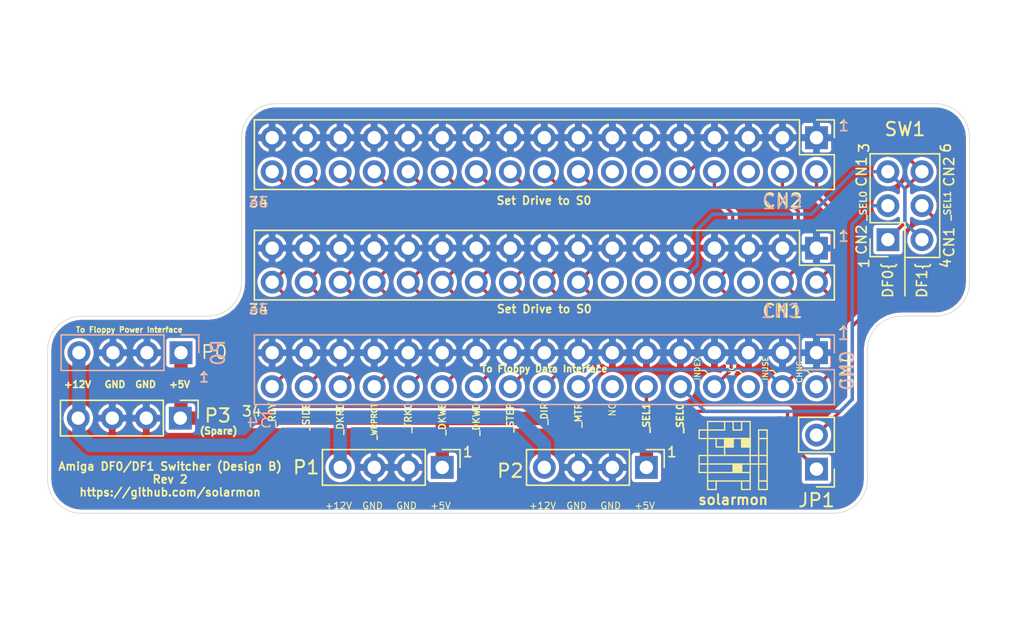
<source format=kicad_pcb>
(kicad_pcb (version 20171130) (host pcbnew "(5.1.9)-1")
  (title_block (title "Amiga DF0/DF1 Switch (Design B)") (rev 1) (company https://github.com/solarmon))
  (layers (0 F.Cu signal) (31 B.Cu signal) (34 B.Paste user) (35 F.Paste user) (36 B.SilkS user) (37 F.SilkS user) (38 B.Mask user) (39 F.Mask user) (44 Edge.Cuts user))
  (net 0 "")
  (net 1 /_RDY)
  (net 2 GND)
  (net 3 /_SIDE)
  (net 4 /_DKRD)
  (net 5 /_WRPROT)
  (net 6 /_TRK0)
  (net 7 /_DKWE)
  (net 8 /_DKWD)
  (net 9 /_STEP)
  (net 10 /DIR)
  (net 11 /_INUSE)
  (net 12 "Net-(CN0-Pad14)")
  (net 13 /_SEL1)
  (net 14 /_SEL0)
  (net 15 /_INDEX)
  (net 16 "Net-(CN0-Pad6)")
  (net 17 /_CHNG)
  (net 18 "Net-(CN1-Pad14)")
  (net 19 /_CN1_SEL1)
  (net 20 /_CN1_SEL0)
  (net 21 "Net-(CN1-Pad6)")
  (net 22 "Net-(CN2-Pad14)")
  (net 23 /_CN2_SEL1)
  (net 24 /_CN2_SEL0)
  (net 25 "Net-(CN2-Pad6)")
  (net 26 +12V)
  (net 27 +5V)
  (net 28 "Net-(JP1-Pad2)")
  (module solarmon_library:solarmon-logo-25mils (layer F.Cu) (at 171.577 145.669)
    (fp_text reference solarmon (at 0 2.667) (layer F.SilkS) (effects (font (size 0.75 0.75))))
    (fp_text value solarmon-logo-25mils)
    (fp_line (start 0.635 -1.27) (end 1.27 -1.27) (layer F.SilkS) (width 0.1))
    (fp_poly (pts (xy -1.27 1.905) (xy -1.905 1.905) (xy -1.905 1.27) (xy -1.27 1.27)) (layer F.Cu) (width 0.1))
    (fp_poly (pts (xy 1.27 1.905) (xy 0.635 1.905) (xy 0.635 1.27) (xy 1.27 1.27)) (layer F.Cu) (width 0.1))
    (fp_poly (pts (xy 1.27 0.635) (xy 0.635 0.635) (xy 0.635 0) (xy 1.27 0)) (layer F.Cu) (width 0.1))
    (fp_poly (pts (xy 0 0.635) (xy -0.635 0.635) (xy -0.635 0) (xy 0 0)) (layer F.Cu) (width 0.1))
    (fp_poly (pts (xy -0.635 0.635) (xy -1.27 0.635) (xy -1.27 0) (xy -0.635 0)) (layer F.Cu) (width 0.1))
    (fp_poly (pts (xy -1.27 0.635) (xy -1.905 0.635) (xy -1.905 0) (xy -1.27 0)) (layer F.Cu) (width 0.1))
    (fp_poly (pts (xy -1.27 -1.905) (xy -1.905 -1.905) (xy -1.905 -2.54) (xy -1.27 -2.54)) (layer F.Cu) (width 0.1))
    (fp_poly (pts (xy -0.635 -1.905) (xy -1.27 -1.905) (xy -1.27 -2.54) (xy -0.635 -2.54)) (layer F.Cu) (width 0.1))
    (fp_poly (pts (xy 0 -2.54) (xy -0.635 -2.54) (xy -0.635 -3.175) (xy 0 -3.175)) (layer F.Cu) (width 0.1))
    (fp_poly (pts (xy 0 -1.905) (xy -0.635 -1.905) (xy -0.635 -2.54) (xy 0 -2.54)) (layer F.Cu) (width 0.1))
    (fp_poly (pts (xy 0.635 -1.905) (xy 0 -1.905) (xy 0 -2.54) (xy 0.635 -2.54)) (layer F.Cu) (width 0.1))
    (fp_poly (pts (xy 1.27 -1.905) (xy 0.635 -1.905) (xy 0.635 -2.54) (xy 1.27 -2.54)) (layer F.Cu) (width 0.1))
    (fp_poly (pts (xy 1.27 -2.54) (xy 0.635 -2.54) (xy 0.635 -3.175) (xy 1.27 -3.175)) (layer F.Cu) (width 0.1))
    (fp_poly (pts (xy 2.54 1.905) (xy 1.905 1.905) (xy 1.905 1.27) (xy 2.54 1.27)) (layer F.Cu) (width 0.1))
    (fp_poly (pts (xy 2.54 -1.905) (xy 1.905 -1.905) (xy 1.905 -2.54) (xy 2.54 -2.54)) (layer F.Cu) (width 0.1))
    (fp_poly (pts (xy 0.635 0.635) (xy 0 0.635) (xy 0 0) (xy 0.635 0)) (layer F.SilkS) (width 0.1))
    (fp_poly (pts (xy 1.27 -1.27) (xy 0.635 -1.27) (xy 0.635 -1.905) (xy 1.27 -1.905)) (layer F.SilkS) (width 0.1))
    (fp_poly (pts (xy 0 -1.27) (xy -0.635 -1.27) (xy -0.635 -1.905) (xy 0 -1.905)) (layer F.SilkS) (width 0.1))
    (fp_line (start 0.635 0) (end 0.635 0.635) (layer F.SilkS) (width 0.1))
    (fp_line (start 0 0) (end 0 0.635) (layer F.SilkS) (width 0.1))
    (fp_line (start 1.905 1.27) (end 2.54 1.27) (layer F.SilkS) (width 0.1))
    (fp_line (start 1.905 -1.905) (end 2.54 -1.905) (layer F.SilkS) (width 0.1))
    (fp_line (start 1.905 -2.54) (end 2.54 -2.54) (layer F.SilkS) (width 0.1))
    (fp_line (start 2.54 -2.54) (end 2.54 1.905) (layer F.SilkS) (width 0.1))
    (fp_line (start 1.905 -2.54) (end 1.905 1.905) (layer F.SilkS) (width 0.1))
    (fp_line (start 1.905 1.905) (end 2.54 1.905) (layer F.SilkS) (width 0.1))
    (fp_line (start 0.635 1.905) (end 1.27 1.905) (layer F.SilkS) (width 0.1))
    (fp_line (start -1.905 1.905) (end -1.27 1.905) (layer F.SilkS) (width 0.1))
    (fp_line (start 0.635 1.27) (end 0.635 1.905) (layer F.SilkS) (width 0.1))
    (fp_line (start -1.27 1.27) (end -1.27 1.905) (layer F.SilkS) (width 0.1))
    (fp_line (start -1.905 1.27) (end 1.27 1.27) (layer F.SilkS) (width 0.1))
    (fp_line (start -2.54 0.635) (end 1.27 0.635) (layer F.SilkS) (width 0.1))
    (fp_line (start -2.54 0) (end 2.54 0) (layer F.SilkS) (width 0.1))
    (fp_line (start -2.54 0.635) (end -2.54 -0.635) (layer F.SilkS) (width 0.1))
    (fp_line (start -2.54 -0.635) (end 2.54 -0.635) (layer F.SilkS) (width 0.1))
    (fp_line (start 0.635 -1.905) (end 0.635 -1.27) (layer F.SilkS) (width 0.1))
    (fp_line (start 0 -1.905) (end 0 -1.27) (layer F.SilkS) (width 0.1))
    (fp_line (start -0.635 -1.905) (end -0.635 -0.635) (layer F.SilkS) (width 0.1))
    (fp_line (start -1.27 -1.27) (end 0 -1.27) (layer F.SilkS) (width 0.1))
    (fp_line (start -1.27 -1.905) (end -1.27 -1.27) (layer F.SilkS) (width 0.1))
    (fp_line (start 1.27 -3.175) (end 1.27 1.905) (layer F.SilkS) (width 0.1))
    (fp_line (start 0.635 -3.175) (end 0.635 -2.54) (layer F.SilkS) (width 0.1))
    (fp_line (start 0 -2.54) (end 0.635 -2.54) (layer F.SilkS) (width 0.1))
    (fp_line (start 0 -3.175) (end 0 -2.54) (layer F.SilkS) (width 0.1))
    (fp_line (start -0.635 -3.175) (end -0.635 -2.54) (layer F.SilkS) (width 0.1))
    (fp_line (start -1.905 -3.175) (end 1.27 -3.175) (layer F.SilkS) (width 0.1))
    (fp_line (start -2.54 -1.905) (end -2.54 -2.54) (layer F.SilkS) (width 0.1))
    (fp_line (start 1.27 -1.905) (end -2.54 -1.905) (layer F.SilkS) (width 0.1))
    (fp_line (start -1.905 -3.175) (end -1.905 1.905) (layer F.SilkS) (width 0.1))
    (fp_line (start -2.54 -2.54) (end -0.635 -2.54) (layer F.SilkS) (width 0.1))
  )
  (module Connector_PinHeader_2.54mm:PinHeader_1x02_P2.54mm_Vertical (layer F.Cu) (at 177.8 146.05 180)
    (fp_text reference JP1 (at 0 -2.33) (layer F.SilkS))
    (fp_text value Jumper_NC_Small)
    (fp_line (start -1.33 3.87) (end 1.33 3.87) (layer F.SilkS) (width 0.12))
    (fp_line (start -1.33 1.27) (end -1.33 3.87) (layer F.SilkS) (width 0.12))
    (fp_line (start 1.33 1.27) (end 1.33 3.87) (layer F.SilkS) (width 0.12))
    (fp_line (start -1.33 1.27) (end 1.33 1.27) (layer F.SilkS) (width 0.12))
    (fp_line (start -1.33 0) (end -1.33 -1.33) (layer F.SilkS) (width 0.12))
    (fp_line (start -1.33 -1.33) (end 0 -1.33) (layer F.SilkS) (width 0.12))
    (pad 2 thru_hole oval (at 0 2.54 180) (size 1.7 1.7) (drill 1) (layers *.Cu *.Mask) (net 28 "Net-(JP1-Pad2)"))
    (pad 1 thru_hole rect (at 0 0 180) (size 1.7 1.7) (drill 1) (layers *.Cu *.Mask) (net 13 /_SEL1))
  )
  (module Connector_PinHeader_2.54mm:PinHeader_1x04_P2.54mm_Vertical (layer F.Cu) (at 130.302 142.24 270)
    (fp_text reference P3 (at -0.1905 -2.794 180) (layer F.SilkS))
    (fp_text value "(Spare)" (at 0.9525 -2.8575 180) (layer F.SilkS) (effects (font (size 0.5 0.5) (thickness 0.125))))
    (fp_line (start -1.33 -1.33) (end 0 -1.33) (layer F.SilkS) (width 0.12))
    (fp_line (start -1.33 0) (end -1.33 -1.33) (layer F.SilkS) (width 0.12))
    (fp_line (start -1.33 1.27) (end 1.33 1.27) (layer F.SilkS) (width 0.12))
    (fp_line (start 1.33 1.27) (end 1.33 8.95) (layer F.SilkS) (width 0.12))
    (fp_line (start -1.33 1.27) (end -1.33 8.95) (layer F.SilkS) (width 0.12))
    (fp_line (start -1.33 8.95) (end 1.33 8.95) (layer F.SilkS) (width 0.12))
    (pad 4 thru_hole oval (at 0 7.62 270) (size 1.7 1.7) (drill 1) (layers *.Cu *.Mask) (net 26 +12V))
    (pad 3 thru_hole oval (at 0 5.08 270) (size 1.7 1.7) (drill 1) (layers *.Cu *.Mask) (net 2 GND))
    (pad 2 thru_hole oval (at 0 2.54 270) (size 1.7 1.7) (drill 1) (layers *.Cu *.Mask) (net 2 GND))
    (pad 1 thru_hole rect (at 0 0 270) (size 1.7 1.7) (drill 1) (layers *.Cu *.Mask) (net 27 +5V))
  )
  (module solarmon_library:PinHeader_2x03_P2.54mm_Vertical_DPDT (layer F.Cu) (at 183.134 123.825)
    (fp_text reference SW1 (at 1.27 -3.175) (layer F.SilkS))
    (fp_text value SW_DPDT_x2)
    (fp_line (start -1.33 6.35) (end 0 6.35) (layer F.SilkS) (width 0.12))
    (fp_line (start -1.3335 6.35) (end -1.3335 5.02) (layer F.SilkS) (width 0.12))
    (fp_line (start -1.33 -1.3335) (end 3.87 -1.33) (layer F.SilkS) (width 0.12))
    (fp_line (start 1.27 6.4135) (end 1.27 3.8135) (layer F.SilkS) (width 0.12))
    (fp_line (start -1.33 3.8135) (end 1.27 3.8135) (layer F.SilkS) (width 0.12))
    (fp_line (start 3.87 -1.33) (end 3.87 6.41) (layer F.SilkS) (width 0.12))
    (fp_line (start -1.33 -1.3335) (end -1.33 3.8065) (layer F.SilkS) (width 0.12))
    (fp_line (start 1.27 6.4135) (end 3.87 6.41) (layer F.SilkS) (width 0.12))
    (pad 4 thru_hole oval (at 2.54 5.08) (size 1.7 1.7) (drill 1) (layers *.Cu *.Mask) (net 20 /_CN1_SEL0))
    (pad 1 thru_hole rect (at 0 5.08) (size 1.7 1.7) (drill 1) (layers *.Cu *.Mask) (net 24 /_CN2_SEL0))
    (pad 5 thru_hole oval (at 2.54 2.54) (size 1.7 1.7) (drill 1) (layers *.Cu *.Mask) (net 28 "Net-(JP1-Pad2)"))
    (pad 2 thru_hole oval (at 0 2.54) (size 1.7 1.7) (drill 1) (layers *.Cu *.Mask) (net 14 /_SEL0))
    (pad 6 thru_hole oval (at 2.54 0) (size 1.7 1.7) (drill 1) (layers *.Cu *.Mask) (net 24 /_CN2_SEL0))
    (pad 3 thru_hole circle (at 0 0) (size 1.7 1.7) (drill 1) (layers *.Cu *.Mask) (net 20 /_CN1_SEL0))
  )
  (module Connector_PinSocket_2.54mm:PinSocket_1x04_P2.54mm_Vertical (layer B.Cu) (at 130.3528 137.3505 90)
    (fp_text reference P0 (at 0 2.77 90) (layer B.SilkS) (effects (justify mirror)))
    (fp_text value "Floppy Power #0")
    (fp_line (start 0 1.33) (end 1.33 1.33) (layer B.SilkS) (width 0.12))
    (fp_line (start 1.33 1.33) (end 1.33 0) (layer B.SilkS) (width 0.12))
    (fp_line (start 1.33 -1.27) (end 1.33 -8.95) (layer B.SilkS) (width 0.12))
    (fp_line (start -1.33 -8.95) (end 1.33 -8.95) (layer B.SilkS) (width 0.12))
    (fp_line (start -1.33 -1.27) (end -1.33 -8.95) (layer B.SilkS) (width 0.12))
    (fp_line (start -1.33 -1.27) (end 1.33 -1.27) (layer B.SilkS) (width 0.12))
    (pad 4 thru_hole oval (at 0 -7.62 90) (size 1.7 1.7) (drill 1) (layers *.Cu *.Mask) (net 26 +12V))
    (pad 3 thru_hole oval (at 0 -5.08 90) (size 1.7 1.7) (drill 1) (layers *.Cu *.Mask) (net 2 GND))
    (pad 2 thru_hole oval (at 0 -2.54 90) (size 1.7 1.7) (drill 1) (layers *.Cu *.Mask) (net 2 GND))
    (pad 1 thru_hole rect (at 0 0 90) (size 1.7 1.7) (drill 1) (layers *.Cu *.Mask) (net 27 +5V))
  )
  (module Connector_PinSocket_2.54mm:PinSocket_2x17_P2.54mm_Vertical (layer B.Cu) (at 177.8 137.3505 90)
    (fp_text reference CN0 (at -1.3335 2.286 270) (layer B.SilkS) (effects (justify mirror)))
    (fp_text value Conn_02x17_Odd_Even)
    (fp_line (start 0 1.33) (end 1.33 1.33) (layer B.SilkS) (width 0.12))
    (fp_line (start 1.33 1.33) (end 1.33 0) (layer B.SilkS) (width 0.12))
    (fp_line (start -1.27 1.33) (end -1.27 -1.27) (layer B.SilkS) (width 0.12))
    (fp_line (start -1.27 -1.27) (end 1.33 -1.27) (layer B.SilkS) (width 0.12))
    (fp_line (start 1.33 -1.27) (end 1.33 -41.97) (layer B.SilkS) (width 0.12))
    (fp_line (start -3.87 -41.97) (end 1.33 -41.97) (layer B.SilkS) (width 0.12))
    (fp_line (start -3.87 1.33) (end -3.87 -41.97) (layer B.SilkS) (width 0.12))
    (fp_line (start -3.87 1.33) (end -1.27 1.33) (layer B.SilkS) (width 0.12))
    (pad 34 thru_hole oval (at -2.54 -40.64 90) (size 1.7 1.7) (drill 1) (layers *.Cu *.Mask) (net 1 /_RDY))
    (pad 33 thru_hole oval (at 0 -40.64 90) (size 1.7 1.7) (drill 1) (layers *.Cu *.Mask) (net 2 GND))
    (pad 32 thru_hole oval (at -2.54 -38.1 90) (size 1.7 1.7) (drill 1) (layers *.Cu *.Mask) (net 3 /_SIDE))
    (pad 31 thru_hole oval (at 0 -38.1 90) (size 1.7 1.7) (drill 1) (layers *.Cu *.Mask) (net 2 GND))
    (pad 30 thru_hole oval (at -2.54 -35.56 90) (size 1.7 1.7) (drill 1) (layers *.Cu *.Mask) (net 4 /_DKRD))
    (pad 29 thru_hole oval (at 0 -35.56 90) (size 1.7 1.7) (drill 1) (layers *.Cu *.Mask) (net 2 GND))
    (pad 28 thru_hole oval (at -2.54 -33.02 90) (size 1.7 1.7) (drill 1) (layers *.Cu *.Mask) (net 5 /_WRPROT))
    (pad 27 thru_hole oval (at 0 -33.02 90) (size 1.7 1.7) (drill 1) (layers *.Cu *.Mask) (net 2 GND))
    (pad 26 thru_hole oval (at -2.54 -30.48 90) (size 1.7 1.7) (drill 1) (layers *.Cu *.Mask) (net 6 /_TRK0))
    (pad 25 thru_hole oval (at 0 -30.48 90) (size 1.7 1.7) (drill 1) (layers *.Cu *.Mask) (net 2 GND))
    (pad 24 thru_hole oval (at -2.54 -27.94 90) (size 1.7 1.7) (drill 1) (layers *.Cu *.Mask) (net 7 /_DKWE))
    (pad 23 thru_hole oval (at 0 -27.94 90) (size 1.7 1.7) (drill 1) (layers *.Cu *.Mask) (net 2 GND))
    (pad 22 thru_hole oval (at -2.54 -25.4 90) (size 1.7 1.7) (drill 1) (layers *.Cu *.Mask) (net 8 /_DKWD))
    (pad 21 thru_hole oval (at 0 -25.4 90) (size 1.7 1.7) (drill 1) (layers *.Cu *.Mask) (net 2 GND))
    (pad 20 thru_hole oval (at -2.54 -22.86 90) (size 1.7 1.7) (drill 1) (layers *.Cu *.Mask) (net 9 /_STEP))
    (pad 19 thru_hole oval (at 0 -22.86 90) (size 1.7 1.7) (drill 1) (layers *.Cu *.Mask) (net 2 GND))
    (pad 18 thru_hole oval (at -2.54 -20.32 90) (size 1.7 1.7) (drill 1) (layers *.Cu *.Mask) (net 10 /DIR))
    (pad 17 thru_hole oval (at 0 -20.32 90) (size 1.7 1.7) (drill 1) (layers *.Cu *.Mask) (net 2 GND))
    (pad 16 thru_hole oval (at -2.54 -17.78 90) (size 1.7 1.7) (drill 1) (layers *.Cu *.Mask) (net 11 /_INUSE))
    (pad 15 thru_hole oval (at 0 -17.78 90) (size 1.7 1.7) (drill 1) (layers *.Cu *.Mask) (net 2 GND))
    (pad 14 thru_hole oval (at -2.54 -15.24 90) (size 1.7 1.7) (drill 1) (layers *.Cu *.Mask) (net 12 "Net-(CN0-Pad14)"))
    (pad 13 thru_hole oval (at 0 -15.24 90) (size 1.7 1.7) (drill 1) (layers *.Cu *.Mask) (net 2 GND))
    (pad 12 thru_hole oval (at -2.54 -12.7 90) (size 1.7 1.7) (drill 1) (layers *.Cu *.Mask) (net 13 /_SEL1))
    (pad 11 thru_hole oval (at 0 -12.7 90) (size 1.7 1.7) (drill 1) (layers *.Cu *.Mask) (net 2 GND))
    (pad 10 thru_hole oval (at -2.54 -10.16 90) (size 1.7 1.7) (drill 1) (layers *.Cu *.Mask) (net 14 /_SEL0))
    (pad 9 thru_hole oval (at 0 -10.16 90) (size 1.7 1.7) (drill 1) (layers *.Cu *.Mask) (net 2 GND))
    (pad 8 thru_hole oval (at -2.54 -7.62 90) (size 1.7 1.7) (drill 1) (layers *.Cu *.Mask) (net 15 /_INDEX))
    (pad 7 thru_hole oval (at 0 -7.62 90) (size 1.7 1.7) (drill 1) (layers *.Cu *.Mask) (net 2 GND))
    (pad 6 thru_hole oval (at -2.54 -5.08 90) (size 1.7 1.7) (drill 1) (layers *.Cu *.Mask) (net 16 "Net-(CN0-Pad6)"))
    (pad 5 thru_hole oval (at 0 -5.08 90) (size 1.7 1.7) (drill 1) (layers *.Cu *.Mask) (net 2 GND))
    (pad 4 thru_hole oval (at -2.54 -2.54 90) (size 1.7 1.7) (drill 1) (layers *.Cu *.Mask) (net 11 /_INUSE))
    (pad 3 thru_hole oval (at 0 -2.54 90) (size 1.7 1.7) (drill 1) (layers *.Cu *.Mask) (net 2 GND))
    (pad 2 thru_hole oval (at -2.54 0 90) (size 1.7 1.7) (drill 1) (layers *.Cu *.Mask) (net 17 /_CHNG))
    (pad 1 thru_hole rect (at 0 0 90) (size 1.7 1.7) (drill 1) (layers *.Cu *.Mask) (net 2 GND))
  )
  (module Connector_PinHeader_2.54mm:PinHeader_2x17_P2.54mm_Vertical (layer F.Cu) (at 177.8 129.54 270)
    (fp_text reference CN1 (at 4.699 2.54) (layer F.SilkS))
    (fp_text value Conn_02x17_Odd_Even)
    (fp_line (start -1.33 41.97) (end 3.87 41.97) (layer F.SilkS) (width 0.12))
    (fp_line (start -1.33 1.27) (end -1.33 41.97) (layer F.SilkS) (width 0.12))
    (fp_line (start 3.87 -1.33) (end 3.87 41.97) (layer F.SilkS) (width 0.12))
    (fp_line (start -1.33 1.27) (end 1.27 1.27) (layer F.SilkS) (width 0.12))
    (fp_line (start 1.27 1.27) (end 1.27 -1.33) (layer F.SilkS) (width 0.12))
    (fp_line (start 1.27 -1.33) (end 3.87 -1.33) (layer F.SilkS) (width 0.12))
    (fp_line (start -1.33 0) (end -1.33 -1.33) (layer F.SilkS) (width 0.12))
    (fp_line (start -1.33 -1.33) (end 0 -1.33) (layer F.SilkS) (width 0.12))
    (pad 1 thru_hole rect (at 0 0 270) (size 1.7 1.7) (drill 1) (layers *.Cu *.Mask) (net 2 GND))
    (pad 2 thru_hole oval (at 2.54 0 270) (size 1.7 1.7) (drill 1) (layers *.Cu *.Mask) (net 17 /_CHNG))
    (pad 3 thru_hole oval (at 0 2.54 270) (size 1.7 1.7) (drill 1) (layers *.Cu *.Mask) (net 2 GND))
    (pad 4 thru_hole oval (at 2.54 2.54 270) (size 1.7 1.7) (drill 1) (layers *.Cu *.Mask) (net 11 /_INUSE))
    (pad 5 thru_hole oval (at 0 5.08 270) (size 1.7 1.7) (drill 1) (layers *.Cu *.Mask) (net 2 GND))
    (pad 6 thru_hole oval (at 2.54 5.08 270) (size 1.7 1.7) (drill 1) (layers *.Cu *.Mask) (net 21 "Net-(CN1-Pad6)"))
    (pad 7 thru_hole oval (at 0 7.62 270) (size 1.7 1.7) (drill 1) (layers *.Cu *.Mask) (net 2 GND))
    (pad 8 thru_hole oval (at 2.54 7.62 270) (size 1.7 1.7) (drill 1) (layers *.Cu *.Mask) (net 15 /_INDEX))
    (pad 9 thru_hole oval (at 0 10.16 270) (size 1.7 1.7) (drill 1) (layers *.Cu *.Mask) (net 2 GND))
    (pad 10 thru_hole oval (at 2.54 10.16 270) (size 1.7 1.7) (drill 1) (layers *.Cu *.Mask) (net 20 /_CN1_SEL0))
    (pad 11 thru_hole oval (at 0 12.7 270) (size 1.7 1.7) (drill 1) (layers *.Cu *.Mask) (net 2 GND))
    (pad 12 thru_hole oval (at 2.54 12.7 270) (size 1.7 1.7) (drill 1) (layers *.Cu *.Mask) (net 19 /_CN1_SEL1))
    (pad 13 thru_hole oval (at 0 15.24 270) (size 1.7 1.7) (drill 1) (layers *.Cu *.Mask) (net 2 GND))
    (pad 14 thru_hole oval (at 2.54 15.24 270) (size 1.7 1.7) (drill 1) (layers *.Cu *.Mask) (net 18 "Net-(CN1-Pad14)"))
    (pad 15 thru_hole oval (at 0 17.78 270) (size 1.7 1.7) (drill 1) (layers *.Cu *.Mask) (net 2 GND))
    (pad 16 thru_hole oval (at 2.54 17.78 270) (size 1.7 1.7) (drill 1) (layers *.Cu *.Mask) (net 11 /_INUSE))
    (pad 17 thru_hole oval (at 0 20.32 270) (size 1.7 1.7) (drill 1) (layers *.Cu *.Mask) (net 2 GND))
    (pad 18 thru_hole oval (at 2.54 20.32 270) (size 1.7 1.7) (drill 1) (layers *.Cu *.Mask) (net 10 /DIR))
    (pad 19 thru_hole oval (at 0 22.86 270) (size 1.7 1.7) (drill 1) (layers *.Cu *.Mask) (net 2 GND))
    (pad 20 thru_hole oval (at 2.54 22.86 270) (size 1.7 1.7) (drill 1) (layers *.Cu *.Mask) (net 9 /_STEP))
    (pad 21 thru_hole oval (at 0 25.4 270) (size 1.7 1.7) (drill 1) (layers *.Cu *.Mask) (net 2 GND))
    (pad 22 thru_hole oval (at 2.54 25.4 270) (size 1.7 1.7) (drill 1) (layers *.Cu *.Mask) (net 8 /_DKWD))
    (pad 23 thru_hole oval (at 0 27.94 270) (size 1.7 1.7) (drill 1) (layers *.Cu *.Mask) (net 2 GND))
    (pad 24 thru_hole oval (at 2.54 27.94 270) (size 1.7 1.7) (drill 1) (layers *.Cu *.Mask) (net 7 /_DKWE))
    (pad 25 thru_hole oval (at 0 30.48 270) (size 1.7 1.7) (drill 1) (layers *.Cu *.Mask) (net 2 GND))
    (pad 26 thru_hole oval (at 2.54 30.48 270) (size 1.7 1.7) (drill 1) (layers *.Cu *.Mask) (net 6 /_TRK0))
    (pad 27 thru_hole oval (at 0 33.02 270) (size 1.7 1.7) (drill 1) (layers *.Cu *.Mask) (net 2 GND))
    (pad 28 thru_hole oval (at 2.54 33.02 270) (size 1.7 1.7) (drill 1) (layers *.Cu *.Mask) (net 5 /_WRPROT))
    (pad 29 thru_hole oval (at 0 35.56 270) (size 1.7 1.7) (drill 1) (layers *.Cu *.Mask) (net 2 GND))
    (pad 30 thru_hole oval (at 2.54 35.56 270) (size 1.7 1.7) (drill 1) (layers *.Cu *.Mask) (net 4 /_DKRD))
    (pad 31 thru_hole oval (at 0 38.1 270) (size 1.7 1.7) (drill 1) (layers *.Cu *.Mask) (net 2 GND))
    (pad 32 thru_hole oval (at 2.54 38.1 270) (size 1.7 1.7) (drill 1) (layers *.Cu *.Mask) (net 3 /_SIDE))
    (pad 33 thru_hole oval (at 0 40.64 270) (size 1.7 1.7) (drill 1) (layers *.Cu *.Mask) (net 2 GND))
    (pad 34 thru_hole oval (at 2.54 40.64 270) (size 1.7 1.7) (drill 1) (layers *.Cu *.Mask) (net 1 /_RDY))
  )
  (module Connector_PinHeader_2.54mm:PinHeader_2x17_P2.54mm_Vertical (layer F.Cu) (at 177.8 121.285 270)
    (fp_text reference CN2 (at 4.699 2.54) (layer F.SilkS))
    (fp_text value Conn_02x17_Odd_Even)
    (fp_line (start -1.33 41.97) (end 3.87 41.97) (layer F.SilkS) (width 0.12))
    (fp_line (start -1.33 1.27) (end -1.33 41.97) (layer F.SilkS) (width 0.12))
    (fp_line (start 3.87 -1.33) (end 3.87 41.97) (layer F.SilkS) (width 0.12))
    (fp_line (start -1.33 1.27) (end 1.27 1.27) (layer F.SilkS) (width 0.12))
    (fp_line (start 1.27 1.27) (end 1.27 -1.33) (layer F.SilkS) (width 0.12))
    (fp_line (start 1.27 -1.33) (end 3.87 -1.33) (layer F.SilkS) (width 0.12))
    (fp_line (start -1.33 0) (end -1.33 -1.33) (layer F.SilkS) (width 0.12))
    (fp_line (start -1.33 -1.33) (end 0 -1.33) (layer F.SilkS) (width 0.12))
    (pad 1 thru_hole rect (at 0 0 270) (size 1.7 1.7) (drill 1) (layers *.Cu *.Mask) (net 2 GND))
    (pad 2 thru_hole oval (at 2.54 0 270) (size 1.7 1.7) (drill 1) (layers *.Cu *.Mask) (net 17 /_CHNG))
    (pad 3 thru_hole oval (at 0 2.54 270) (size 1.7 1.7) (drill 1) (layers *.Cu *.Mask) (net 2 GND))
    (pad 4 thru_hole oval (at 2.54 2.54 270) (size 1.7 1.7) (drill 1) (layers *.Cu *.Mask) (net 11 /_INUSE))
    (pad 5 thru_hole oval (at 0 5.08 270) (size 1.7 1.7) (drill 1) (layers *.Cu *.Mask) (net 2 GND))
    (pad 6 thru_hole oval (at 2.54 5.08 270) (size 1.7 1.7) (drill 1) (layers *.Cu *.Mask) (net 25 "Net-(CN2-Pad6)"))
    (pad 7 thru_hole oval (at 0 7.62 270) (size 1.7 1.7) (drill 1) (layers *.Cu *.Mask) (net 2 GND))
    (pad 8 thru_hole oval (at 2.54 7.62 270) (size 1.7 1.7) (drill 1) (layers *.Cu *.Mask) (net 15 /_INDEX))
    (pad 9 thru_hole oval (at 0 10.16 270) (size 1.7 1.7) (drill 1) (layers *.Cu *.Mask) (net 2 GND))
    (pad 10 thru_hole oval (at 2.54 10.16 270) (size 1.7 1.7) (drill 1) (layers *.Cu *.Mask) (net 24 /_CN2_SEL0))
    (pad 11 thru_hole oval (at 0 12.7 270) (size 1.7 1.7) (drill 1) (layers *.Cu *.Mask) (net 2 GND))
    (pad 12 thru_hole oval (at 2.54 12.7 270) (size 1.7 1.7) (drill 1) (layers *.Cu *.Mask) (net 23 /_CN2_SEL1))
    (pad 13 thru_hole oval (at 0 15.24 270) (size 1.7 1.7) (drill 1) (layers *.Cu *.Mask) (net 2 GND))
    (pad 14 thru_hole oval (at 2.54 15.24 270) (size 1.7 1.7) (drill 1) (layers *.Cu *.Mask) (net 22 "Net-(CN2-Pad14)"))
    (pad 15 thru_hole oval (at 0 17.78 270) (size 1.7 1.7) (drill 1) (layers *.Cu *.Mask) (net 2 GND))
    (pad 16 thru_hole oval (at 2.54 17.78 270) (size 1.7 1.7) (drill 1) (layers *.Cu *.Mask) (net 11 /_INUSE))
    (pad 17 thru_hole oval (at 0 20.32 270) (size 1.7 1.7) (drill 1) (layers *.Cu *.Mask) (net 2 GND))
    (pad 18 thru_hole oval (at 2.54 20.32 270) (size 1.7 1.7) (drill 1) (layers *.Cu *.Mask) (net 10 /DIR))
    (pad 19 thru_hole oval (at 0 22.86 270) (size 1.7 1.7) (drill 1) (layers *.Cu *.Mask) (net 2 GND))
    (pad 20 thru_hole oval (at 2.54 22.86 270) (size 1.7 1.7) (drill 1) (layers *.Cu *.Mask) (net 9 /_STEP))
    (pad 21 thru_hole oval (at 0 25.4 270) (size 1.7 1.7) (drill 1) (layers *.Cu *.Mask) (net 2 GND))
    (pad 22 thru_hole oval (at 2.54 25.4 270) (size 1.7 1.7) (drill 1) (layers *.Cu *.Mask) (net 8 /_DKWD))
    (pad 23 thru_hole oval (at 0 27.94 270) (size 1.7 1.7) (drill 1) (layers *.Cu *.Mask) (net 2 GND))
    (pad 24 thru_hole oval (at 2.54 27.94 270) (size 1.7 1.7) (drill 1) (layers *.Cu *.Mask) (net 7 /_DKWE))
    (pad 25 thru_hole oval (at 0 30.48 270) (size 1.7 1.7) (drill 1) (layers *.Cu *.Mask) (net 2 GND))
    (pad 26 thru_hole oval (at 2.54 30.48 270) (size 1.7 1.7) (drill 1) (layers *.Cu *.Mask) (net 6 /_TRK0))
    (pad 27 thru_hole oval (at 0 33.02 270) (size 1.7 1.7) (drill 1) (layers *.Cu *.Mask) (net 2 GND))
    (pad 28 thru_hole oval (at 2.54 33.02 270) (size 1.7 1.7) (drill 1) (layers *.Cu *.Mask) (net 5 /_WRPROT))
    (pad 29 thru_hole oval (at 0 35.56 270) (size 1.7 1.7) (drill 1) (layers *.Cu *.Mask) (net 2 GND))
    (pad 30 thru_hole oval (at 2.54 35.56 270) (size 1.7 1.7) (drill 1) (layers *.Cu *.Mask) (net 4 /_DKRD))
    (pad 31 thru_hole oval (at 0 38.1 270) (size 1.7 1.7) (drill 1) (layers *.Cu *.Mask) (net 2 GND))
    (pad 32 thru_hole oval (at 2.54 38.1 270) (size 1.7 1.7) (drill 1) (layers *.Cu *.Mask) (net 3 /_SIDE))
    (pad 33 thru_hole oval (at 0 40.64 270) (size 1.7 1.7) (drill 1) (layers *.Cu *.Mask) (net 2 GND))
    (pad 34 thru_hole oval (at 2.54 40.64 270) (size 1.7 1.7) (drill 1) (layers *.Cu *.Mask) (net 1 /_RDY))
  )
  (module Connector_PinHeader_2.54mm:PinHeader_1x04_P2.54mm_Vertical (layer F.Cu) (at 165.1 145.923 270)
    (fp_text reference P2 (at 0.254 10.16 180) (layer F.SilkS))
    (fp_text value "Floppy Power #2")
    (fp_line (start -1.33 8.95) (end 1.33 8.95) (layer F.SilkS) (width 0.12))
    (fp_line (start -1.33 1.27) (end -1.33 8.95) (layer F.SilkS) (width 0.12))
    (fp_line (start 1.33 1.27) (end 1.33 8.95) (layer F.SilkS) (width 0.12))
    (fp_line (start -1.33 1.27) (end 1.33 1.27) (layer F.SilkS) (width 0.12))
    (fp_line (start -1.33 0) (end -1.33 -1.33) (layer F.SilkS) (width 0.12))
    (fp_line (start -1.33 -1.33) (end 0 -1.33) (layer F.SilkS) (width 0.12))
    (pad 1 thru_hole rect (at 0 0 270) (size 1.7 1.7) (drill 1) (layers *.Cu *.Mask) (net 27 +5V))
    (pad 2 thru_hole oval (at 0 2.54 270) (size 1.7 1.7) (drill 1) (layers *.Cu *.Mask) (net 2 GND))
    (pad 3 thru_hole oval (at 0 5.08 270) (size 1.7 1.7) (drill 1) (layers *.Cu *.Mask) (net 2 GND))
    (pad 4 thru_hole oval (at 0 7.62 270) (size 1.7 1.7) (drill 1) (layers *.Cu *.Mask) (net 26 +12V))
  )
  (module Connector_PinHeader_2.54mm:PinHeader_1x04_P2.54mm_Vertical (layer F.Cu) (at 149.86 145.923 270)
    (fp_text reference P1 (at 0 10.16 180) (layer F.SilkS))
    (fp_text value "Floppy Power #1")
    (fp_line (start -1.33 8.95) (end 1.33 8.95) (layer F.SilkS) (width 0.12))
    (fp_line (start -1.33 1.27) (end -1.33 8.95) (layer F.SilkS) (width 0.12))
    (fp_line (start 1.33 1.27) (end 1.33 8.95) (layer F.SilkS) (width 0.12))
    (fp_line (start -1.33 1.27) (end 1.33 1.27) (layer F.SilkS) (width 0.12))
    (fp_line (start -1.33 0) (end -1.33 -1.33) (layer F.SilkS) (width 0.12))
    (fp_line (start -1.33 -1.33) (end 0 -1.33) (layer F.SilkS) (width 0.12))
    (pad 1 thru_hole rect (at 0 0 270) (size 1.7 1.7) (drill 1) (layers *.Cu *.Mask) (net 27 +5V))
    (pad 2 thru_hole oval (at 0 2.54 270) (size 1.7 1.7) (drill 1) (layers *.Cu *.Mask) (net 2 GND))
    (pad 3 thru_hole oval (at 0 5.08 270) (size 1.7 1.7) (drill 1) (layers *.Cu *.Mask) (net 2 GND))
    (pad 4 thru_hole oval (at 0 7.62 270) (size 1.7 1.7) (drill 1) (layers *.Cu *.Mask) (net 26 +12V))
  )
  (gr_line (start 184.15 134.62) (end 186.69 134.62) (layer Edge.Cuts) (width 0.05))
  (gr_line (start 181.61 137.16) (end 181.61 146.812) (layer Edge.Cuts) (width 0.05))
  (gr_arc (start 184.15 137.16) (end 184.15 134.62) (angle -90) (layer Edge.Cuts) (width 0.05))
  (gr_arc (start 186.69 132.08) (end 186.69 134.62) (angle -90) (layer Edge.Cuts) (width 0.05))
  (gr_text "Set Drive to S0" (at 157.4546 125.984) (layer F.SilkS) (effects (font (size 0.6 0.6) (thickness 0.125))))
  (gr_text "Set Drive to S0" (at 157.48 134.0866) (layer F.SilkS) (effects (font (size 0.6 0.6) (thickness 0.125))))
  (gr_text 1 (at 132.08 139.192) (layer B.SilkS) (effects (font (size 0.75 0.75) (thickness 0.125)) (justify mirror)))
  (gr_text "To Floppy Power Interface" (at 126.492 135.636) (layer F.SilkS) (effects (font (size 0.4 0.4) (thickness 0.1))))
  (gr_text P0 (at 132.842 137.3124) (layer F.SilkS) (effects (font (size 1 1) (thickness 0.125))))
  (gr_line (start 177.0888 138.684) (end 177.3428 138.938) (layer F.SilkS) (width 0.1))
  (gr_line (start 176.8348 138.684) (end 177.0888 138.684) (layer F.SilkS) (width 0.1))
  (gr_line (start 174.5488 138.684) (end 174.8028 138.938) (layer F.SilkS) (width 0.1))
  (gr_line (start 174.2948 138.684) (end 174.5488 138.684) (layer F.SilkS) (width 0.1))
  (gr_line (start 172.0342 138.684) (end 172.2882 138.938) (layer F.SilkS) (width 0.1))
  (gr_line (start 169.4688 138.684) (end 169.7228 138.938) (layer F.SilkS) (width 0.1))
  (gr_line (start 171.7802 138.684) (end 172.0342 138.684) (layer F.SilkS) (width 0.1))
  (gr_line (start 169.2148 138.684) (end 169.4688 138.684) (layer F.SilkS) (width 0.1))
  (gr_arc (start 122.936 137.16) (end 122.936 134.62) (angle -90) (layer Edge.Cuts) (width 0.05))
  (gr_text "To Floppy Data Interface" (at 157.48 138.557) (layer F.SilkS) (effects (font (size 0.5 0.5) (thickness 0.125))))
  (gr_text 34 (at 136.144 126.111) (layer B.SilkS) (effects (font (size 0.75 0.75) (thickness 0.125)) (justify mirror)))
  (gr_text 34 (at 136.144 134.112) (layer B.SilkS) (effects (font (size 0.75 0.75) (thickness 0.125)) (justify mirror)))
  (gr_text 1 (at 179.832 128.651) (layer B.SilkS) (effects (font (size 0.8 0.8) (thickness 0.125)) (justify mirror)))
  (gr_text 1 (at 179.832 120.396) (layer B.SilkS) (effects (font (size 0.8 0.8) (thickness 0.125)) (justify mirror)))
  (gr_text CN2 (at 175.26 126.111) (layer B.SilkS) (effects (font (size 1 1) (thickness 0.125)) (justify mirror)))
  (gr_text CN1 (at 175.133 134.239) (layer B.SilkS) (effects (font (size 1 1) (thickness 0.125)) (justify mirror)))
  (gr_text 34 (at 136.144 126.111) (layer F.SilkS) (effects (font (size 0.75 0.75) (thickness 0.125))))
  (gr_text 34 (at 136.144 134.112) (layer F.SilkS) (effects (font (size 0.75 0.75) (thickness 0.125))))
  (gr_line (start 184.404 130.175) (end 184.404 133.096) (layer F.SilkS) (width 0.12))
  (gr_text 34 (at 135.636 141.732) (layer F.SilkS) (effects (font (size 0.75 0.75) (thickness 0.125))))
  (gr_text CN0 (at 180.086 138.684 90) (layer F.SilkS) (effects (font (size 1 1) (thickness 0.125))))
  (gr_text DF1{ (at 185.674 131.953 90) (layer F.SilkS) (effects (font (size 0.75 0.75) (thickness 0.125))))
  (gr_text DF0{ (at 183.134 131.953 90) (layer F.SilkS) (effects (font (size 0.75 0.75) (thickness 0.125))))
  (gr_text "Amiga DF0/DF1 Switcher (Design B)\nRev 2\nhttps://github.com/solarmon" (at 129.54 146.812) (layer F.SilkS) (effects (font (size 0.6 0.6) (thickness 0.125))))
  (gr_text CN1 (at 187.706 129.0955 90) (layer F.SilkS) (effects (font (size 0.75 0.75) (thickness 0.125))))
  (gr_text CN2 (at 187.706 123.825 90) (layer F.SilkS) (effects (font (size 0.75 0.75) (thickness 0.125))))
  (gr_text CN2 (at 181.1655 128.905 90) (layer F.SilkS) (effects (font (size 0.75 0.75) (thickness 0.125))))
  (gr_text CN1 (at 181.1655 123.825 90) (layer F.SilkS) (effects (font (size 0.75 0.75) (thickness 0.125))))
  (gr_text GND (at 144.653 148.784) (layer F.SilkS) (effects (font (size 0.5 0.5) (thickness 0.075))))
  (gr_text GND (at 147.193 148.784) (layer F.SilkS) (effects (font (size 0.5 0.5) (thickness 0.075))))
  (gr_text +12V (at 142.113 148.784) (layer F.SilkS) (effects (font (size 0.5 0.5) (thickness 0.075))))
  (gr_text +5V (at 149.733 148.784) (layer F.SilkS) (effects (font (size 0.5 0.5) (thickness 0.075))))
  (gr_text +12V (at 157.353 148.784) (layer F.SilkS) (effects (font (size 0.5 0.5) (thickness 0.075))))
  (gr_text 1 (at 181.356 130.683 90) (layer F.SilkS) (effects (font (size 0.75 0.75) (thickness 0.125))))
  (gr_text 6 (at 187.452 122.047 90) (layer F.SilkS) (effects (font (size 0.75 0.75) (thickness 0.125))))
  (gr_line (start 122.936 134.62) (end 132.334 134.62) (layer Edge.Cuts) (width 0.05))
  (gr_arc (start 132.334 132.08) (end 132.334 134.62) (angle -90) (layer Edge.Cuts) (width 0.05))
  (gr_line (start 120.396 137.16) (end 120.396 146.812) (layer Edge.Cuts) (width 0.05))
  (gr_text 1 (at 132.08 139.192) (layer F.SilkS) (effects (font (size 0.75 0.75) (thickness 0.125))))
  (gr_text 1 (at 167.005 144.78) (layer F.SilkS) (effects (font (size 0.75 0.75) (thickness 0.125))))
  (gr_text 1 (at 151.765 144.78) (layer F.SilkS) (effects (font (size 0.75 0.75) (thickness 0.125))))
  (gr_text 4 (at 187.452 130.683 90) (layer F.SilkS) (effects (font (size 0.75 0.75) (thickness 0.125))))
  (gr_text GND (at 159.893 148.784) (layer F.SilkS) (effects (font (size 0.5 0.5) (thickness 0.075))))
  (gr_text GND (at 162.433 148.784) (layer F.SilkS) (effects (font (size 0.5 0.5) (thickness 0.075))))
  (gr_text +5V (at 164.973 148.784) (layer F.SilkS) (effects (font (size 0.5 0.5) (thickness 0.075))))
  (gr_text 1 (at 179.832 135.89) (layer B.SilkS) (effects (font (size 1 1) (thickness 0.125)) (justify mirror)))
  (gr_text 34 (at 136.2075 142.4305) (layer B.SilkS) (effects (font (size 1 1) (thickness 0.125)) (justify mirror)))
  (gr_text NC (at 162.56 141.59731 90) (layer F.SilkS) (effects (font (size 0.5 0.5) (thickness 0.075))))
  (gr_text NC (at 171.4754 138.684 90) (layer F.SilkS) (effects (font (size 0.4 0.4) (thickness 0.075))))
  (gr_text _CHNG (at 176.53 138.938 90) (layer F.SilkS) (effects (font (size 0.4 0.4) (thickness 0.075))))
  (gr_text _INUSE (at 173.99 138.684 90) (layer F.SilkS) (effects (font (size 0.4 0.4) (thickness 0.075))))
  (gr_text _INDEX (at 168.91 138.684 90) (layer F.SilkS) (effects (font (size 0.4 0.4) (thickness 0.075))))
  (gr_text _SEL0 (at 167.6146 142.24 90) (layer F.SilkS) (effects (font (size 0.5 0.5) (thickness 0.125))))
  (gr_text _SEL1 (at 165.1 142.2146 90) (layer F.SilkS) (effects (font (size 0.5 0.5) (thickness 0.125))))
  (gr_text _MTR (at 160.02 142.014572 90) (layer F.SilkS) (effects (font (size 0.5 0.5) (thickness 0.1))))
  (gr_text _DIR (at 157.48 141.907429 90) (layer F.SilkS) (effects (font (size 0.5 0.5) (thickness 0.1))))
  (gr_text _STEP (at 154.94 142.193143 90) (layer F.SilkS) (effects (font (size 0.5 0.5) (thickness 0.1))))
  (gr_text _DKWD (at 152.4 142.324096 90) (layer F.SilkS) (effects (font (size 0.5 0.5) (thickness 0.1))))
  (gr_text _DKWE (at 149.86 142.300286 90) (layer F.SilkS) (effects (font (size 0.5 0.5) (thickness 0.1))))
  (gr_text _TRK0 (at 147.32 142.216953 90) (layer F.SilkS) (effects (font (size 0.5 0.5) (thickness 0.1))))
  (gr_text _WRPROT (at 144.78 142.494 90) (layer F.SilkS) (effects (font (size 0.4 0.4) (thickness 0.1))))
  (gr_text _DKRD (at 142.24 142.288381 90) (layer F.SilkS) (effects (font (size 0.5 0.5) (thickness 0.1))))
  (gr_text _SIDE (at 139.7 142.121715 90) (layer F.SilkS) (effects (font (size 0.5 0.5) (thickness 0.1))))
  (gr_text _RDY (at 137.16 142.002667 90) (layer F.SilkS) (effects (font (size 0.5 0.5) (thickness 0.1))))
  (gr_text +5V (at 130.2512 139.7254) (layer F.SilkS) (effects (font (size 0.5 0.5) (thickness 0.125))))
  (gr_text GND (at 127.7112 139.7254) (layer F.SilkS) (effects (font (size 0.5 0.5) (thickness 0.125))))
  (gr_text GND (at 125.4252 139.7254) (layer F.SilkS) (effects (font (size 0.5 0.5) (thickness 0.125))))
  (gr_text +12V (at 122.6312 139.7254) (layer F.SilkS) (effects (font (size 0.5 0.5) (thickness 0.125))))
  (gr_text 1 (at 179.832 120.396) (layer F.SilkS) (effects (font (size 0.8 0.8) (thickness 0.125))))
  (gr_text 1 (at 179.832 128.651) (layer F.SilkS) (effects (font (size 0.8 0.8) (thickness 0.125))))
  (gr_text 1 (at 179.832 135.89) (layer F.SilkS) (effects (font (size 1 1) (thickness 0.125))))
  (gr_text 3 (at 181.356 122.047 90) (layer F.SilkS) (effects (font (size 0.75 0.75) (thickness 0.125))))
  (gr_text _SEL1 (at 187.579 126.365 90) (layer F.SilkS) (effects (font (size 0.5 0.5) (thickness 0.1))))
  (gr_text _SEL0 (at 181.2925 126.365 90) (layer F.SilkS) (effects (font (size 0.5 0.5) (thickness 0.1))))
  (gr_arc (start 137.414 121.285) (end 137.414 118.745) (angle -90) (layer Edge.Cuts) (width 0.05))
  (gr_arc (start 122.936 146.812) (end 120.396 146.812) (angle -90) (layer Edge.Cuts) (width 0.05))
  (gr_arc (start 179.07 146.812) (end 179.07 149.352) (angle -90) (layer Edge.Cuts) (width 0.05))
  (gr_arc (start 186.69 121.285) (end 189.23 121.285) (angle -90) (layer Edge.Cuts) (width 0.05))
  (gr_line (start 137.414 118.745) (end 186.69 118.745) (layer Edge.Cuts) (width 0.05))
  (gr_line (start 134.874 132.08) (end 134.874 121.285) (layer Edge.Cuts) (width 0.05))
  (gr_line (start 179.07 149.352) (end 122.936 149.352) (layer Edge.Cuts) (width 0.05))
  (gr_line (start 189.23 121.285) (end 189.23 132.08) (layer Edge.Cuts) (width 0.05))
  (segment (start 138.009999 132.929999) (end 137.16 132.08) (width 0.25) (layer F.Cu) (net 1))
  (segment (start 138.4554 133.3754) (end 138.009999 132.929999) (width 0.25) (layer F.Cu) (net 1))
  (segment (start 137.16 139.8905) (end 138.4554 138.5951) (width 0.25) (layer F.Cu) (net 1))
  (segment (start 138.4554 138.5951) (end 138.4554 133.3754) (width 0.25) (layer F.Cu) (net 1))
  (segment (start 138.335001 125.000001) (end 137.16 123.825) (width 0.25) (layer F.Cu) (net 1))
  (segment (start 138.335001 130.904999) (end 138.335001 125.000001) (width 0.25) (layer F.Cu) (net 1))
  (segment (start 137.16 132.08) (end 138.335001 130.904999) (width 0.25) (layer F.Cu) (net 1))
  (segment (start 140.549999 132.929999) (end 139.7 132.08) (width 0.25) (layer F.Cu) (net 3))
  (segment (start 140.9954 133.3754) (end 140.549999 132.929999) (width 0.25) (layer F.Cu) (net 3))
  (segment (start 139.7 139.8905) (end 140.9954 138.5951) (width 0.25) (layer F.Cu) (net 3))
  (segment (start 140.9954 138.5951) (end 140.9954 133.3754) (width 0.25) (layer F.Cu) (net 3))
  (segment (start 140.875001 125.000001) (end 139.7 123.825) (width 0.25) (layer F.Cu) (net 3))
  (segment (start 140.875001 130.904999) (end 140.875001 125.000001) (width 0.25) (layer F.Cu) (net 3))
  (segment (start 139.7 132.08) (end 140.875001 130.904999) (width 0.25) (layer F.Cu) (net 3))
  (segment (start 143.089999 132.929999) (end 142.24 132.08) (width 0.25) (layer F.Cu) (net 4))
  (segment (start 143.4592 133.2992) (end 143.089999 132.929999) (width 0.25) (layer F.Cu) (net 4))
  (segment (start 142.24 139.8905) (end 143.4592 138.6713) (width 0.25) (layer F.Cu) (net 4))
  (segment (start 143.4592 138.6713) (end 143.4592 133.2992) (width 0.25) (layer F.Cu) (net 4))
  (segment (start 143.415001 125.000001) (end 142.24 123.825) (width 0.25) (layer F.Cu) (net 4))
  (segment (start 143.415001 130.904999) (end 143.415001 125.000001) (width 0.25) (layer F.Cu) (net 4))
  (segment (start 142.24 132.08) (end 143.415001 130.904999) (width 0.25) (layer F.Cu) (net 4))
  (segment (start 145.629999 132.929999) (end 144.78 132.08) (width 0.25) (layer F.Cu) (net 5))
  (segment (start 146.05 133.35) (end 145.629999 132.929999) (width 0.25) (layer F.Cu) (net 5))
  (segment (start 146.05 138.6205) (end 146.05 133.35) (width 0.25) (layer F.Cu) (net 5))
  (segment (start 144.78 139.8905) (end 146.05 138.6205) (width 0.25) (layer F.Cu) (net 5))
  (segment (start 146.144999 125.189999) (end 144.78 123.825) (width 0.25) (layer F.Cu) (net 5))
  (segment (start 146.144999 130.715001) (end 146.144999 125.189999) (width 0.25) (layer F.Cu) (net 5))
  (segment (start 144.78 132.08) (end 146.144999 130.715001) (width 0.25) (layer F.Cu) (net 5))
  (segment (start 148.169999 132.929999) (end 147.32 132.08) (width 0.25) (layer F.Cu) (net 6))
  (segment (start 148.495001 133.255001) (end 148.169999 132.929999) (width 0.25) (layer F.Cu) (net 6))
  (segment (start 148.495001 138.715499) (end 148.495001 133.317999) (width 0.25) (layer F.Cu) (net 6))
  (segment (start 147.32 139.8905) (end 148.495001 138.715499) (width 0.25) (layer F.Cu) (net 6))
  (segment (start 148.684999 125.189999) (end 147.32 123.825) (width 0.25) (layer F.Cu) (net 6))
  (segment (start 148.684999 130.715001) (end 148.684999 125.189999) (width 0.25) (layer F.Cu) (net 6))
  (segment (start 147.32 132.08) (end 148.684999 130.715001) (width 0.25) (layer F.Cu) (net 6))
  (segment (start 150.709999 132.929999) (end 149.86 132.08) (width 0.25) (layer F.Cu) (net 7))
  (segment (start 151.035001 133.255001) (end 150.709999 132.929999) (width 0.25) (layer F.Cu) (net 7))
  (segment (start 151.1554 133.438398) (end 151.035001 133.317999) (width 0.25) (layer F.Cu) (net 7))
  (segment (start 149.86 139.8905) (end 151.1554 138.5951) (width 0.25) (layer F.Cu) (net 7))
  (segment (start 151.1554 138.5951) (end 151.1554 133.438398) (width 0.25) (layer F.Cu) (net 7))
  (segment (start 151.224999 125.189999) (end 149.86 123.825) (width 0.25) (layer F.Cu) (net 7))
  (segment (start 151.224999 130.715001) (end 151.224999 125.189999) (width 0.25) (layer F.Cu) (net 7))
  (segment (start 149.86 132.08) (end 151.224999 130.715001) (width 0.25) (layer F.Cu) (net 7))
  (segment (start 153.249999 132.929999) (end 152.4 132.08) (width 0.25) (layer F.Cu) (net 8))
  (segment (start 153.6446 133.3246) (end 153.249999 132.929999) (width 0.25) (layer F.Cu) (net 8))
  (segment (start 152.4 139.8905) (end 153.6446 138.6459) (width 0.25) (layer F.Cu) (net 8))
  (segment (start 153.6446 138.6459) (end 153.6446 133.3246) (width 0.25) (layer F.Cu) (net 8))
  (segment (start 153.764999 125.189999) (end 152.4 123.825) (width 0.25) (layer F.Cu) (net 8))
  (segment (start 153.764999 130.715001) (end 153.764999 125.189999) (width 0.25) (layer F.Cu) (net 8))
  (segment (start 152.4 132.08) (end 153.764999 130.715001) (width 0.25) (layer F.Cu) (net 8))
  (segment (start 155.789999 132.929999) (end 154.94 132.08) (width 0.25) (layer F.Cu) (net 9))
  (segment (start 156.2354 133.3754) (end 155.789999 132.929999) (width 0.25) (layer F.Cu) (net 9))
  (segment (start 154.94 139.8905) (end 156.2354 138.5951) (width 0.25) (layer F.Cu) (net 9))
  (segment (start 156.2354 138.5951) (end 156.2354 133.3754) (width 0.25) (layer F.Cu) (net 9))
  (segment (start 156.304999 125.189999) (end 154.94 123.825) (width 0.25) (layer F.Cu) (net 9))
  (segment (start 156.304999 130.715001) (end 156.304999 125.189999) (width 0.25) (layer F.Cu) (net 9))
  (segment (start 154.94 132.08) (end 156.304999 130.715001) (width 0.25) (layer F.Cu) (net 9))
  (segment (start 158.329999 132.929999) (end 157.48 132.08) (width 0.25) (layer F.Cu) (net 10))
  (segment (start 158.7246 133.3246) (end 158.329999 132.929999) (width 0.25) (layer F.Cu) (net 10))
  (segment (start 157.48 139.8905) (end 158.7246 138.6459) (width 0.25) (layer F.Cu) (net 10))
  (segment (start 158.7246 138.6459) (end 158.7246 133.3246) (width 0.25) (layer F.Cu) (net 10))
  (segment (start 158.844999 125.189999) (end 157.48 123.825) (width 0.25) (layer F.Cu) (net 10))
  (segment (start 158.844999 130.715001) (end 158.844999 125.189999) (width 0.25) (layer F.Cu) (net 10))
  (segment (start 157.48 132.08) (end 158.844999 130.715001) (width 0.25) (layer F.Cu) (net 10))
  (segment (start 174.410001 139.040501) (end 175.26 139.8905) (width 0.25) (layer B.Cu) (net 11))
  (segment (start 173.99 138.6205) (end 174.410001 139.040501) (width 0.25) (layer B.Cu) (net 11))
  (segment (start 160.02 139.8905) (end 161.29 138.6205) (width 0.25) (layer B.Cu) (net 11))
  (segment (start 161.29 138.6205) (end 173.99 138.6205) (width 0.25) (layer B.Cu) (net 11))
  (segment (start 176.109999 132.929999) (end 175.26 132.08) (width 0.25) (layer F.Cu) (net 11))
  (segment (start 176.5554 133.3754) (end 176.109999 132.929999) (width 0.25) (layer F.Cu) (net 11))
  (segment (start 175.26 139.8905) (end 176.5554 138.5951) (width 0.25) (layer F.Cu) (net 11))
  (segment (start 176.5554 138.5951) (end 176.5554 133.3754) (width 0.25) (layer F.Cu) (net 11))
  (segment (start 160.869999 132.929999) (end 160.02 132.08) (width 0.25) (layer F.Cu) (net 11))
  (segment (start 161.2646 133.3246) (end 160.869999 132.929999) (width 0.25) (layer F.Cu) (net 11))
  (segment (start 160.02 139.8905) (end 161.2646 138.6459) (width 0.25) (layer F.Cu) (net 11))
  (segment (start 161.2646 138.6459) (end 161.2646 133.3246) (width 0.25) (layer F.Cu) (net 11))
  (segment (start 176.435001 130.904999) (end 175.26 132.08) (width 0.25) (layer F.Cu) (net 11))
  (segment (start 176.435001 126.778001) (end 176.435001 130.904999) (width 0.25) (layer F.Cu) (net 11))
  (segment (start 175.26 125.603) (end 176.435001 126.778001) (width 0.25) (layer F.Cu) (net 11))
  (segment (start 175.26 123.825) (end 175.26 125.603) (width 0.25) (layer F.Cu) (net 11))
  (segment (start 161.195001 130.904999) (end 161.195001 125.000001) (width 0.25) (layer F.Cu) (net 11))
  (segment (start 161.195001 125.000001) (end 160.02 123.825) (width 0.25) (layer F.Cu) (net 11))
  (segment (start 160.02 132.08) (end 161.195001 130.904999) (width 0.25) (layer F.Cu) (net 11))
  (segment (start 175.641 143.891) (end 177.8 146.05) (width 0.25) (layer F.Cu) (net 13))
  (segment (start 175.641 141.732) (end 175.641 143.891) (width 0.25) (layer F.Cu) (net 13))
  (segment (start 165.862 141.732) (end 175.641 141.732) (width 0.25) (layer F.Cu) (net 13))
  (segment (start 165.1 140.97) (end 165.862 141.732) (width 0.25) (layer F.Cu) (net 13))
  (segment (start 165.1 139.8905) (end 165.1 140.97) (width 0.25) (layer F.Cu) (net 13))
  (segment (start 181.864 126.365) (end 183.134 126.365) (width 0.25) (layer B.Cu) (net 14))
  (segment (start 180.467 140.843) (end 180.467 127.762) (width 0.25) (layer B.Cu) (net 14))
  (segment (start 179.578 141.732) (end 180.467 140.843) (width 0.25) (layer B.Cu) (net 14))
  (segment (start 169.4815 141.732) (end 179.578 141.732) (width 0.25) (layer B.Cu) (net 14))
  (segment (start 180.467 127.762) (end 181.864 126.365) (width 0.25) (layer B.Cu) (net 14))
  (segment (start 167.64 139.8905) (end 169.4815 141.732) (width 0.25) (layer B.Cu) (net 14))
  (segment (start 171.029999 132.929999) (end 170.18 132.08) (width 0.25) (layer F.Cu) (net 15))
  (segment (start 171.4246 133.3246) (end 171.029999 132.929999) (width 0.25) (layer F.Cu) (net 15))
  (segment (start 170.18 139.8905) (end 171.4246 138.6459) (width 0.25) (layer F.Cu) (net 15))
  (segment (start 171.4246 138.6459) (end 171.4246 133.3246) (width 0.25) (layer F.Cu) (net 15))
  (segment (start 170.18 125.603) (end 170.18 124.46) (width 0.25) (layer F.Cu) (net 15))
  (segment (start 171.544999 126.967999) (end 170.18 125.603) (width 0.25) (layer F.Cu) (net 15))
  (segment (start 171.544999 130.715001) (end 171.544999 126.967999) (width 0.25) (layer F.Cu) (net 15))
  (segment (start 170.18 132.08) (end 171.544999 130.715001) (width 0.25) (layer F.Cu) (net 15))
  (segment (start 178.649999 132.929999) (end 177.8 132.08) (width 0.25) (layer F.Cu) (net 17))
  (segment (start 178.975001 133.255001) (end 178.649999 132.929999) (width 0.25) (layer F.Cu) (net 17))
  (segment (start 178.975001 138.715499) (end 178.975001 133.255001) (width 0.25) (layer F.Cu) (net 17))
  (segment (start 177.8 139.8905) (end 178.975001 138.715499) (width 0.25) (layer F.Cu) (net 17))
  (segment (start 178.975001 130.904999) (end 177.8 132.08) (width 0.25) (layer F.Cu) (net 17))
  (segment (start 178.975001 126.778001) (end 178.975001 130.904999) (width 0.25) (layer F.Cu) (net 17))
  (segment (start 177.8 125.603) (end 178.975001 126.778001) (width 0.25) (layer F.Cu) (net 17))
  (segment (start 177.8 123.825) (end 177.8 125.603) (width 0.25) (layer F.Cu) (net 17))
  (segment (start 168.91 130.81) (end 167.64 132.08) (width 0.25) (layer B.Cu) (net 20))
  (segment (start 170.053 127) (end 168.91 128.143) (width 0.25) (layer B.Cu) (net 20))
  (segment (start 177.419 127) (end 170.053 127) (width 0.25) (layer B.Cu) (net 20))
  (segment (start 168.91 128.143) (end 168.91 130.81) (width 0.25) (layer B.Cu) (net 20))
  (segment (start 180.594 123.825) (end 177.419 127) (width 0.25) (layer B.Cu) (net 20))
  (segment (start 183.134 123.825) (end 180.594 123.825) (width 0.25) (layer B.Cu) (net 20))
  (segment (start 184.404 127.635) (end 185.674 128.905) (width 0.25) (layer B.Cu) (net 20))
  (segment (start 184.404 125.095) (end 184.404 127.635) (width 0.25) (layer B.Cu) (net 20))
  (segment (start 183.134 123.825) (end 184.404 125.095) (width 0.25) (layer B.Cu) (net 20))
  (segment (start 182.753 128.905) (end 183.134 128.905) (width 0.25) (layer F.Cu) (net 24))
  (segment (start 184.404 127.635) (end 183.134 128.905) (width 0.25) (layer F.Cu) (net 24))
  (segment (start 184.404 125.095) (end 184.404 127.635) (width 0.25) (layer F.Cu) (net 24))
  (segment (start 185.674 123.825) (end 184.404 125.095) (width 0.25) (layer F.Cu) (net 24))
  (segment (start 184.404 122.555) (end 185.674 123.825) (width 0.25) (layer F.Cu) (net 24))
  (segment (start 169.545 122.555) (end 184.404 122.555) (width 0.25) (layer F.Cu) (net 24))
  (segment (start 167.64 124.46) (end 169.545 122.555) (width 0.25) (layer F.Cu) (net 24))
  (segment (start 142.24 142.1892) (end 142.24 145.923) (width 1) (layer B.Cu) (net 26))
  (segment (start 137.541 142.1892) (end 142.24 142.1892) (width 1) (layer B.Cu) (net 26))
  (segment (start 135.4582 144.272) (end 137.541 142.1892) (width 1) (layer B.Cu) (net 26))
  (segment (start 123.588119 144.272) (end 135.4582 144.272) (width 1) (layer B.Cu) (net 26))
  (segment (start 122.7328 143.416681) (end 123.588119 144.272) (width 1) (layer B.Cu) (net 26))
  (segment (start 122.7328 137.3505) (end 122.7328 143.416681) (width 1) (layer B.Cu) (net 26))
  (segment (start 157.48 144.1704) (end 157.48 145.923) (width 1) (layer B.Cu) (net 26))
  (segment (start 155.4734 142.1638) (end 157.48 144.1704) (width 1) (layer B.Cu) (net 26))
  (segment (start 142.367 142.1638) (end 155.4734 142.1638) (width 1) (layer B.Cu) (net 26))
  (segment (start 130.3528 142.1892) (end 130.302 142.24) (width 1) (layer F.Cu) (net 27))
  (segment (start 130.3528 137.3505) (end 130.3528 142.1892) (width 1) (layer F.Cu) (net 27))
  (segment (start 130.302 142.24) (end 149.86 142.24) (width 1) (layer F.Cu) (net 27))
  (segment (start 165.1 143.9418) (end 165.1 145.923) (width 1) (layer F.Cu) (net 27))
  (segment (start 163.4236 142.2654) (end 165.1 143.9418) (width 1) (layer F.Cu) (net 27))
  (segment (start 149.86 142.2654) (end 163.4236 142.2654) (width 1) (layer F.Cu) (net 27))
  (segment (start 149.86 145.923) (end 149.86 142.2654) (width 1) (layer F.Cu) (net 27))
  (segment (start 180.467 140.843) (end 177.8 143.51) (width 0.25) (layer F.Cu) (net 28))
  (segment (start 180.467 135.382) (end 180.467 140.843) (width 0.25) (layer F.Cu) (net 28))
  (segment (start 183.261 132.588) (end 180.467 135.382) (width 0.25) (layer F.Cu) (net 28))
  (segment (start 186.055 132.588) (end 183.261 132.588) (width 0.25) (layer F.Cu) (net 28))
  (segment (start 187.325 131.318) (end 186.055 132.588) (width 0.25) (layer F.Cu) (net 28))
  (segment (start 187.325 128.016) (end 187.325 131.318) (width 0.25) (layer F.Cu) (net 28))
  (segment (start 185.674 126.365) (end 187.325 128.016) (width 0.25) (layer F.Cu) (net 28))
  (zone (net 2) (net_name GND) (layer B.Cu) (connect_pads (clearance 0.254)) (min_thickness 0.254) (fill yes (arc_segments 32) (thermal_gap 0.254) (thermal_bridge_width 0.508))
    (polygon (pts (xy 119.38 113.3856) (xy 190.5 112.395) (xy 190.5 156.845) (xy 119.38 157.8356)))
  )
  (zone (net 2) (net_name GND) (layer F.Cu) (connect_pads (clearance 0.254)) (min_thickness 0.254) (fill yes (arc_segments 32) (thermal_gap 0.254) (thermal_bridge_width 0.508))
    (polygon (pts (xy 116.84 110.998) (xy 192.786 111.76) (xy 193.294 158.75) (xy 116.84 158.75)))
  )
  (zone (net 0) (net_name "") (layer F.Cu) (connect_pads (clearance 0.254)) (min_thickness 0.254)
    (keepout (tracks not_allowed) (vias not_allowed) (copperpour not_allowed))
    (fill (arc_segments 32) (thermal_gap 0.508) (thermal_bridge_width 0.508))
    (polygon (pts (xy 174.752 148.971) (xy 168.402 148.971) (xy 168.402 142.24) (xy 174.752 142.24)))
  )
)
</source>
